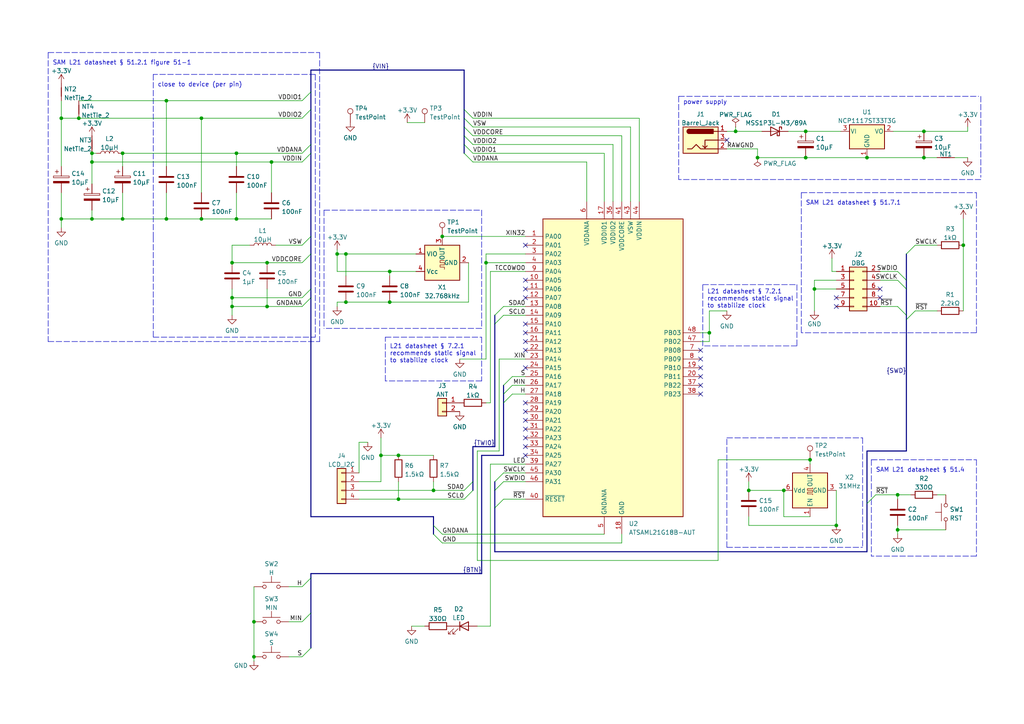
<source format=kicad_sch>
(kicad_sch (version 20211123) (generator eeschema)
  (paper "A4")
  (lib_symbols
    (symbol "Connector:Barrel_Jack_Switch" (pin_names hide)
      (property "Reference" "J" (at 0 5.334 0))
      (property "Value" "Barrel_Jack_Switch" (at 0 -5.08 0))
      (symbol "Barrel_Jack_Switch_1_1"
        (pin passive line (at 7.62 2.54 180) (length 2.54) (name "~") (number "1"))
        (pin passive line (at 7.62 -2.54 180) (length 2.54) (name "~") (number "2"))
        (pin passive line (at 7.62 0 180) (length 2.54) (name "~") (number "3"))
      )
    )
    (symbol "Connector:TestPoint" (pin_numbers hide) (pin_names (offset 0.762) hide)
      (property "Reference" "TP" (at 0 6.858 0))
      (property "Value" "TestPoint" (at 0 5.08 0))
      (symbol "TestPoint_1_1"
        (pin passive line (at 0 0 90) (length 2.54) (name "1") (number "1"))
      )
    )
    (symbol "Connector_Generic:Conn_01x02" (pin_names (offset 1.016) hide)
      (property "Reference" "J" (at 0 2.54 0))
      (property "Value" "Conn_01x02" (at 0 -5.08 0))
      (symbol "Conn_01x02_1_1"
        (pin passive line (at -5.08 0 0) (length 3.81) (name "Pin_1") (number "1"))
        (pin passive line (at -5.08 -2.54 0) (length 3.81) (name "Pin_2") (number "2"))
      )
    )
    (symbol "Connector_Generic:Conn_01x04" (pin_names (offset 1.016) hide)
      (property "Reference" "J" (at 0 5.08 0))
      (property "Value" "Conn_01x04" (at 0 -7.62 0))
      (symbol "Conn_01x04_1_1"
        (pin passive line (at -5.08 2.54 0) (length 3.81) (name "Pin_1") (number "1"))
        (pin passive line (at -5.08 0 0) (length 3.81) (name "Pin_2") (number "2"))
        (pin passive line (at -5.08 -2.54 0) (length 3.81) (name "Pin_3") (number "3"))
        (pin passive line (at -5.08 -5.08 0) (length 3.81) (name "Pin_4") (number "4"))
      )
    )
    (symbol "Connector_Generic:Conn_02x05_Odd_Even" (pin_names (offset 1.016) hide)
      (property "Reference" "J" (at 1.27 7.62 0))
      (property "Value" "Conn_02x05_Odd_Even" (at 1.27 -7.62 0))
      (symbol "Conn_02x05_Odd_Even_1_1"
        (pin passive line (at -5.08 5.08 0) (length 3.81) (name "Pin_1") (number "1"))
        (pin passive line (at 7.62 -5.08 180) (length 3.81) (name "Pin_10") (number "10"))
        (pin passive line (at 7.62 5.08 180) (length 3.81) (name "Pin_2") (number "2"))
        (pin passive line (at -5.08 2.54 0) (length 3.81) (name "Pin_3") (number "3"))
        (pin passive line (at 7.62 2.54 180) (length 3.81) (name "Pin_4") (number "4"))
        (pin passive line (at -5.08 0 0) (length 3.81) (name "Pin_5") (number "5"))
        (pin passive line (at 7.62 0 180) (length 3.81) (name "Pin_6") (number "6"))
        (pin passive line (at -5.08 -2.54 0) (length 3.81) (name "Pin_7") (number "7"))
        (pin passive line (at 7.62 -2.54 180) (length 3.81) (name "Pin_8") (number "8"))
        (pin passive line (at -5.08 -5.08 0) (length 3.81) (name "Pin_9") (number "9"))
      )
    )
    (symbol "Device:C" (pin_numbers hide) (pin_names (offset 0.254))
      (property "Reference" "C" (at 0.635 2.54 0))
      (property "Value" "C" (at 0.635 -2.54 0))
      (symbol "C_1_1"
        (pin passive line (at 0 3.81 270) (length 2.794) (name "~") (number "1"))
        (pin passive line (at 0 -3.81 90) (length 2.794) (name "~") (number "2"))
      )
    )
    (symbol "Device:C_Polarized" (pin_numbers hide) (pin_names (offset 0.254))
      (property "Reference" "C" (at 0.635 2.54 0))
      (property "Value" "C_Polarized" (at 0.635 -2.54 0))
      (symbol "C_Polarized_1_1"
        (pin passive line (at 0 3.81 270) (length 2.794) (name "~") (number "1"))
        (pin passive line (at 0 -3.81 90) (length 2.794) (name "~") (number "2"))
      )
    )
    (symbol "Device:D_Schottky" (pin_numbers hide) (pin_names (offset 1.016) hide)
      (property "Reference" "D" (at 0 2.54 0))
      (property "Value" "D_Schottky" (at 0 -2.54 0))
      (symbol "D_Schottky_1_1"
        (pin passive line (at -3.81 0 0) (length 2.54) (name "K") (number "1"))
        (pin passive line (at 3.81 0 180) (length 2.54) (name "A") (number "2"))
      )
    )
    (symbol "Device:L" (pin_numbers hide) (pin_names (offset 1.016) hide)
      (property "Reference" "L" (at -1.27 0 90))
      (property "Value" "L" (at 1.905 0 90))
      (symbol "L_1_1"
        (pin passive line (at 0 3.81 270) (length 1.27) (name "1") (number "1"))
        (pin passive line (at 0 -3.81 90) (length 1.27) (name "2") (number "2"))
      )
    )
    (symbol "Device:LED" (pin_numbers hide) (pin_names (offset 1.016) hide)
      (property "Reference" "D" (at 0 2.54 0))
      (property "Value" "LED" (at 0 -2.54 0))
      (symbol "LED_1_1"
        (pin passive line (at -3.81 0 0) (length 2.54) (name "K") (number "1"))
        (pin passive line (at 3.81 0 180) (length 2.54) (name "A") (number "2"))
      )
    )
    (symbol "Device:NetTie_2" (pin_numbers hide) (pin_names (offset 0) hide)
      (property "Reference" "NT" (at 0 1.27 0))
      (property "Value" "NetTie_2" (at 0 -1.27 0))
      (symbol "NetTie_2_1_1"
        (pin passive line (at -2.54 0 0) (length 2.54) (name "1") (number "1"))
        (pin passive line (at 2.54 0 180) (length 2.54) (name "2") (number "2"))
      )
    )
    (symbol "Device:R" (pin_numbers hide) (pin_names (offset 0))
      (property "Reference" "R" (at 2.032 0 90))
      (property "Value" "R" (at 0 0 90))
      (symbol "R_1_1"
        (pin passive line (at 0 3.81 270) (length 1.27) (name "~") (number "1"))
        (pin passive line (at 0 -3.81 90) (length 1.27) (name "~") (number "2"))
      )
    )
    (symbol "MCU_Microchip_SAML:ATSAML21G18B-AUT"
      (property "Reference" "U1" (at 4.5594 -45.2104 0))
      (property "Value" "ATSAML21G18B-AUT" (at 4.5594 -47.7473 0))
      (symbol "ATSAML21G18B-AUT_1_1"
        (pin bidirectional line (at -25.4 38.1 0) (length 5.08) (name "PA00") (number "1"))
        (pin bidirectional line (at -25.4 25.4 0) (length 5.08) (name "PA05") (number "10"))
        (pin bidirectional line (at -25.4 22.86 0) (length 5.08) (name "PA06") (number "11"))
        (pin bidirectional line (at -25.4 20.32 0) (length 5.08) (name "PA07") (number "12"))
        (pin bidirectional line (at -25.4 17.78 0) (length 5.08) (name "PA08") (number "13"))
        (pin bidirectional line (at -25.4 15.24 0) (length 5.08) (name "PA09") (number "14"))
        (pin bidirectional line (at -25.4 12.7 0) (length 5.08) (name "PA10") (number "15"))
        (pin bidirectional line (at -25.4 10.16 0) (length 5.08) (name "PA11") (number "16"))
        (pin power_in line (at -2.54 48.26 270) (length 5.08) (name "VDDIO1") (number "17"))
        (pin power_in line (at 2.54 -48.26 90) (length 5.08) (name "GND") (number "18"))
        (pin bidirectional line (at 25.4 0 180) (length 5.08) (name "PB10") (number "19"))
        (pin bidirectional line (at -25.4 35.56 0) (length 5.08) (name "PA01") (number "2"))
        (pin bidirectional line (at 25.4 -2.54 180) (length 5.08) (name "PB11") (number "20"))
        (pin bidirectional line (at -25.4 7.62 0) (length 5.08) (name "PA12") (number "21"))
        (pin bidirectional line (at -25.4 5.08 0) (length 5.08) (name "PA13") (number "22"))
        (pin bidirectional line (at -25.4 2.54 0) (length 5.08) (name "PA14") (number "23"))
        (pin bidirectional line (at -25.4 0 0) (length 5.08) (name "PA15") (number "24"))
        (pin bidirectional line (at -25.4 -2.54 0) (length 5.08) (name "PA16") (number "25"))
        (pin bidirectional line (at -25.4 -5.08 0) (length 5.08) (name "PA17") (number "26"))
        (pin bidirectional line (at -25.4 -7.62 0) (length 5.08) (name "PA18") (number "27"))
        (pin bidirectional line (at -25.4 -10.16 0) (length 5.08) (name "PA19") (number "28"))
        (pin bidirectional line (at -25.4 -12.7 0) (length 5.08) (name "PA20") (number "29"))
        (pin bidirectional line (at -25.4 33.02 0) (length 5.08) (name "PA02") (number "3"))
        (pin bidirectional line (at -25.4 -15.24 0) (length 5.08) (name "PA21") (number "30"))
        (pin bidirectional line (at -25.4 -17.78 0) (length 5.08) (name "PA22") (number "31"))
        (pin bidirectional line (at -25.4 -20.32 0) (length 5.08) (name "PA23") (number "32"))
        (pin bidirectional line (at -25.4 -22.86 0) (length 5.08) (name "PA24") (number "33"))
        (pin bidirectional line (at -25.4 -25.4 0) (length 5.08) (name "PA25") (number "34"))
        (pin passive line (at 2.54 -48.26 90) (length 5.08) hide (name "GND") (number "35"))
        (pin power_in line (at 0 48.26 270) (length 5.08) (name "VDDIO2") (number "36"))
        (pin bidirectional line (at 25.4 -5.08 180) (length 5.08) (name "PB22") (number "37"))
        (pin bidirectional line (at 25.4 -7.62 180) (length 5.08) (name "PB23") (number "38"))
        (pin bidirectional line (at -25.4 -27.94 0) (length 5.08) (name "PA27") (number "39"))
        (pin bidirectional line (at -25.4 30.48 0) (length 5.08) (name "PA03") (number "4"))
        (pin input line (at -25.4 -38.1 0) (length 5.08) (name "~{RESET}") (number "40"))
        (pin bidirectional line (at 2.54 48.26 270) (length 5.08) (name "VDDCORE") (number "41"))
        (pin passive line (at 2.54 -48.26 90) (length 5.08) hide (name "GND") (number "42"))
        (pin bidirectional line (at 5.08 48.26 270) (length 5.08) (name "VSW") (number "43"))
        (pin bidirectional line (at 7.62 48.26 270) (length 5.08) (name "VDDIN") (number "44"))
        (pin bidirectional line (at -25.4 -30.48 0) (length 5.08) (name "PA30") (number "45"))
        (pin bidirectional line (at -25.4 -33.02 0) (length 5.08) (name "PA31") (number "46"))
        (pin bidirectional line (at 25.4 7.62 180) (length 5.08) (name "PB02") (number "47"))
        (pin bidirectional line (at 25.4 10.16 180) (length 5.08) (name "PB03") (number "48"))
        (pin power_in line (at -2.54 -48.26 90) (length 5.08) (name "GNDANA") (number "5"))
        (pin bidirectional line (at -7.62 48.26 270) (length 5.08) (name "VDDANA") (number "6"))
        (pin bidirectional line (at 25.4 5.08 180) (length 5.08) (name "PB08") (number "7"))
        (pin bidirectional line (at 25.4 2.54 180) (length 5.08) (name "PB09") (number "8"))
        (pin bidirectional line (at -25.4 27.94 0) (length 5.08) (name "PA04") (number "9"))
      )
    )
    (symbol "Oscillator:SG-3030CM"
      (property "Reference" "X" (at -5.08 -6.35 0))
      (property "Value" "SG-3030CM" (at 1.27 -6.35 0))
      (symbol "SG-3030CM_1_1"
        (pin power_in line (at 2.54 7.62 270) (length 2.54) (name "VIO") (number "1"))
        (pin power_in line (at 0 -7.62 90) (length 2.54) (name "GND") (number "2"))
        (pin output line (at 7.62 0 180) (length 2.54) (name "OUT") (number "3"))
        (pin power_in line (at -2.54 7.62 270) (length 2.54) (name "Vcc") (number "4"))
      )
    )
    (symbol "Oscillator_Microchip:DSC1101D" (pin_names (offset 0.254))
      (property "Reference" "X" (at -5.08 6.35 0))
      (property "Value" "DSC1101D" (at 1.27 -6.35 0))
      (symbol "DSC1101D_1_1"
        (pin input line (at -7.62 0 0) (length 2.54) (name "EN") (number "1"))
        (pin no_connect line (at -5.08 -2.54 0) (length 2.54) hide (name "NC") (number "2"))
        (pin power_in line (at 0 -7.62 90) (length 2.54) (name "GND") (number "3"))
        (pin output line (at 7.62 0 180) (length 2.54) (name "OUT") (number "4"))
        (pin no_connect line (at 5.08 2.54 180) (length 2.54) hide (name "NC") (number "5"))
        (pin power_in line (at 0 7.62 270) (length 2.54) (name "Vdd") (number "6"))
      )
    )
    (symbol "Regulator_Linear:NCP1117-3.3_SOT223" (pin_names (offset 0.254))
      (property "Reference" "U" (at -3.81 3.175 0))
      (property "Value" "NCP1117-3.3_SOT223" (at 0 3.175 0))
      (symbol "NCP1117-3.3_SOT223_1_1"
        (pin power_in line (at 0 -7.62 90) (length 2.54) (name "GND") (number "1"))
        (pin power_out line (at 7.62 0 180) (length 2.54) (name "VO") (number "2"))
        (pin power_in line (at -7.62 0 0) (length 2.54) (name "VI") (number "3"))
      )
    )
    (symbol "Switch:SW_Push" (pin_numbers hide) (pin_names (offset 1.016) hide)
      (property "Reference" "SW" (at 1.27 2.54 0))
      (property "Value" "SW_Push" (at 0 -1.524 0))
      (symbol "SW_Push_0_1"
        (pin passive line (at -5.08 0 0) (length 2.54) (name "1") (number "1"))
        (pin passive line (at 5.08 0 180) (length 2.54) (name "2") (number "2"))
      )
    )
    (symbol "power:+3.3V" (power) (pin_names (offset 0))
      (property "Value" "+3.3V" (at 0 3.556 0))
      (symbol "+3.3V_1_1"
        (pin power_in line (at 0 0 90) (length 0) hide (name "+3.3V") (number "1"))
      )
    )
    (symbol "power:GND" (power) (pin_names (offset 0))
      (property "Value" "GND" (at 0 -3.81 0))
      (symbol "GND_1_1"
        (pin power_in line (at 0 0 270) (length 0) hide (name "GND") (number "1"))
      )
    )
    (symbol "power:PWR_FLAG" (power) (pin_numbers hide) (pin_names (offset 0) hide)
      (property "Value" "PWR_FLAG" (at 0 3.81 0))
      (symbol "PWR_FLAG_0_0"
        (pin power_out line (at 0 0 90) (length 0) (name "pwr") (number "1"))
      )
    )
  )
  (bus_alias "SWD" (members "SWDIO" "SWCLK" "~{RST}"))
  (bus_alias "VIN" (members "VDDIN" "VSW" "VDDCORE" "VDDIO1" "VDDIO2" "VDDANA"))
  (bus_alias "TWI0" (members "SDA0" "SCL0"))
  (bus_alias "BTN" (members "H" "MIN" "S"))
  (junction (at 251.46 45.72))
  (junction (at 17.78 63.5))
  (junction (at 219.71 45.72))
  (junction (at 68.58 44.45))
  (junction (at 67.31 76.2))
  (junction (at 26.67 63.5))
  (junction (at 110.49 132.08))
  (junction (at 67.31 86.36))
  (junction (at 213.36 38.1))
  (junction (at 234.95 133.35))
  (junction (at 128.27 68.58))
  (junction (at 26.67 44.45))
  (junction (at 233.68 45.72))
  (junction (at 73.66 180.34))
  (junction (at 267.97 38.1))
  (junction (at 97.79 73.66))
  (junction (at 35.56 63.5))
  (junction (at 100.33 87.63))
  (junction (at 113.03 78.74))
  (junction (at 115.57 132.08))
  (junction (at 26.67 46.99))
  (junction (at 233.68 38.1))
  (junction (at 48.26 63.5))
  (junction (at 78.74 46.99))
  (junction (at 205.74 96.52))
  (junction (at 267.97 45.72))
  (junction (at 227.33 142.24))
  (junction (at 260.35 153.67))
  (junction (at 279.4 71.12))
  (junction (at 58.42 63.5))
  (junction (at 35.56 44.45))
  (junction (at 73.66 190.5))
  (junction (at 17.78 34.29))
  (junction (at 113.03 87.63))
  (junction (at 77.47 76.2))
  (junction (at 236.22 83.82))
  (junction (at 140.97 76.2))
  (junction (at 67.31 88.9))
  (junction (at 100.33 73.66))
  (junction (at 242.57 152.4))
  (junction (at 260.35 143.51))
  (junction (at 58.42 34.29))
  (junction (at 115.57 144.78))
  (junction (at 22.86 34.29))
  (junction (at 68.58 63.5))
  (junction (at 77.47 88.9))
  (junction (at 217.17 142.24))
  (junction (at 48.26 29.21))
  (junction (at 125.73 142.24))
  (no_connect (at 255.27 83.82))
  (no_connect (at 152.4 99.06))
  (no_connect (at 152.4 81.28))
  (no_connect (at 152.4 106.68))
  (no_connect (at 152.4 101.6))
  (no_connect (at 152.4 96.52))
  (no_connect (at 152.4 116.84))
  (no_connect (at 152.4 119.38))
  (no_connect (at 152.4 121.92))
  (no_connect (at 152.4 124.46))
  (no_connect (at 152.4 127))
  (no_connect (at 152.4 129.54))
  (no_connect (at 152.4 132.08))
  (no_connect (at 203.2 101.6))
  (no_connect (at 242.57 88.9))
  (no_connect (at 255.27 86.36))
  (no_connect (at 210.82 40.64))
  (no_connect (at 242.57 86.36))
  (no_connect (at 152.4 71.12))
  (no_connect (at 152.4 83.82))
  (no_connect (at 152.4 86.36))
  (no_connect (at 203.2 104.14))
  (no_connect (at 203.2 109.22))
  (no_connect (at 152.4 93.98))
  (no_connect (at 203.2 106.68))
  (no_connect (at 203.2 111.76))
  (no_connect (at 203.2 114.3))
  (bus_entry (at 90.17 187.96) (size -2.54 2.54))
  (bus_entry (at 134.62 39.37) (size 2.54 2.54))
  (bus_entry (at 90.17 68.58) (size -2.54 2.54))
  (bus_entry (at 90.17 86.36) (size -2.54 2.54))
  (bus_entry (at 90.17 26.67) (size -2.54 2.54))
  (bus_entry (at 146.05 91.44) (size -2.54 2.54))
  (bus_entry (at 146.05 88.9) (size -2.54 2.54))
  (bus_entry (at 265.43 90.17) (size -2.54 2.54))
  (bus_entry (at 90.17 73.66) (size -2.54 2.54))
  (bus_entry (at 125.73 152.4) (size 2.54 2.54))
  (bus_entry (at 146.05 137.16) (size -2.54 2.54))
  (bus_entry (at 146.05 139.7) (size -2.54 2.54))
  (bus_entry (at 148.59 114.3) (size -2.54 2.54))
  (bus_entry (at 137.16 139.7) (size -2.54 2.54))
  (bus_entry (at 90.17 44.45) (size -2.54 2.54))
  (bus_entry (at 90.17 83.82) (size -2.54 2.54))
  (bus_entry (at 254 143.51) (size -2.54 2.54))
  (bus_entry (at 262.89 73.66) (size 2.54 -2.54))
  (bus_entry (at 137.16 142.24) (size -2.54 2.54))
  (bus_entry (at 90.17 31.75) (size -2.54 2.54))
  (bus_entry (at 90.17 41.91) (size -2.54 2.54))
  (bus_entry (at 262.89 83.82) (size -2.54 -2.54))
  (bus_entry (at 262.89 81.28) (size -2.54 -2.54))
  (bus_entry (at 90.17 177.8) (size -2.54 2.54))
  (bus_entry (at 134.62 41.91) (size 2.54 2.54))
  (bus_entry (at 134.62 44.45) (size 2.54 2.54))
  (bus_entry (at 134.62 34.29) (size 2.54 2.54))
  (bus_entry (at 134.62 36.83) (size 2.54 2.54))
  (bus_entry (at 134.62 31.75) (size 2.54 2.54))
  (bus_entry (at 125.73 154.94) (size 2.54 2.54))
  (bus_entry (at 148.59 111.76) (size -2.54 2.54))
  (bus_entry (at 148.59 109.22) (size -2.54 2.54))
  (bus_entry (at 260.35 88.9) (size 2.54 2.54))
  (bus_entry (at 90.17 167.64) (size -2.54 2.54))
  (bus_entry (at 146.05 144.78) (size -2.54 2.54))
  (wire (pts (xy 138.43 130.81) (xy 138.43 162.56)))
  (wire (pts (xy 185.42 58.42) (xy 185.42 34.29)))
  (wire (pts (xy 205.74 90.17) (xy 210.82 90.17)))
  (polyline (pts (xy 93.98 60.96) (xy 139.7 60.96)))
  (bus (pts (xy 262.89 91.44) (xy 262.89 92.71)))
  (wire (pts (xy 148.59 114.3) (xy 152.4 114.3)))
  (wire (pts (xy 17.78 63.5) (xy 17.78 55.88)))
  (wire (pts (xy 205.74 96.52) (xy 205.74 90.17)))
  (wire (pts (xy 140.97 76.2) (xy 140.97 73.66)))
  (polyline (pts (xy 231.14 82.55) (xy 231.14 100.33)))
  (bus (pts (xy 251.46 160.02) (xy 143.51 160.02)))
  (polyline (pts (xy 139.7 60.96) (xy 139.7 95.25)))
  (wire (pts (xy 100.33 87.63) (xy 97.79 87.63)))
  (bus (pts (xy 143.51 129.54) (xy 137.16 129.54)))
  (wire (pts (xy 115.57 144.78) (xy 134.62 144.78)))
  (bus (pts (xy 90.17 26.67) (xy 90.17 31.75)))
  (bus (pts (xy 137.16 129.54) (xy 137.16 139.7)))
  (bus (pts (xy 137.16 139.7) (xy 137.16 142.24)))
  (wire (pts (xy 142.24 134.62) (xy 142.24 181.61)))
  (wire (pts (xy 255.27 81.28) (xy 260.35 81.28)))
  (wire (pts (xy 17.78 34.29) (xy 17.78 48.26)))
  (wire (pts (xy 22.86 34.29) (xy 58.42 34.29)))
  (bus (pts (xy 90.17 41.91) (xy 90.17 44.45)))
  (polyline (pts (xy 232.41 55.88) (xy 232.41 96.52)))
  (wire (pts (xy 208.28 162.56) (xy 208.28 133.35)))
  (wire (pts (xy 35.56 55.88) (xy 35.56 63.5)))
  (wire (pts (xy 260.35 153.67) (xy 260.35 154.94)))
  (wire (pts (xy 27.94 44.45) (xy 26.67 44.45)))
  (wire (pts (xy 73.66 170.18) (xy 73.66 180.34)))
  (wire (pts (xy 217.17 152.4) (xy 242.57 152.4)))
  (wire (pts (xy 67.31 76.2) (xy 67.31 71.12)))
  (wire (pts (xy 265.43 90.17) (xy 271.78 90.17)))
  (wire (pts (xy 142.24 116.84) (xy 142.24 78.74)))
  (wire (pts (xy 137.16 39.37) (xy 180.34 39.37)))
  (wire (pts (xy 22.86 29.21) (xy 48.26 29.21)))
  (polyline (pts (xy 284.48 52.07) (xy 196.85 52.07)))
  (wire (pts (xy 67.31 88.9) (xy 67.31 91.44)))
  (wire (pts (xy 80.01 71.12) (xy 87.63 71.12)))
  (wire (pts (xy 254 143.51) (xy 260.35 143.51)))
  (bus (pts (xy 143.51 147.32) (xy 143.51 160.02)))
  (wire (pts (xy 35.56 44.45) (xy 68.58 44.45)))
  (polyline (pts (xy 283.21 55.88) (xy 283.21 96.52)))
  (wire (pts (xy 140.97 73.66) (xy 152.4 73.66)))
  (wire (pts (xy 97.79 87.63) (xy 97.79 88.9)))
  (wire (pts (xy 120.65 73.66) (xy 100.33 73.66)))
  (wire (pts (xy 279.4 71.12) (xy 279.4 90.17)))
  (polyline (pts (xy 231.14 100.33) (xy 203.835 100.33)))
  (bus (pts (xy 134.62 39.37) (xy 134.62 36.83)))
  (wire (pts (xy 97.79 73.66) (xy 97.79 72.39)))
  (wire (pts (xy 140.97 116.84) (xy 142.24 116.84)))
  (polyline (pts (xy 92.71 15.24) (xy 92.71 99.06)))
  (wire (pts (xy 26.67 63.5) (xy 17.78 63.5)))
  (polyline (pts (xy 139.7 95.25) (xy 93.98 95.25)))
  (wire (pts (xy 115.57 132.08) (xy 125.73 132.08)))
  (bus (pts (xy 143.51 91.44) (xy 143.51 93.98)))
  (wire (pts (xy 203.2 96.52) (xy 205.74 96.52)))
  (wire (pts (xy 58.42 34.29) (xy 58.42 55.88)))
  (bus (pts (xy 134.62 41.91) (xy 134.62 39.37)))
  (wire (pts (xy 242.57 81.28) (xy 236.22 81.28)))
  (wire (pts (xy 137.16 36.83) (xy 182.88 36.83)))
  (wire (pts (xy 267.97 45.72) (xy 251.46 45.72)))
  (bus (pts (xy 90.17 44.45) (xy 90.17 68.58)))
  (wire (pts (xy 146.05 88.9) (xy 152.4 88.9)))
  (bus (pts (xy 251.46 130.81) (xy 262.89 130.81)))
  (wire (pts (xy 260.35 153.67) (xy 274.32 153.67)))
  (wire (pts (xy 260.35 143.51) (xy 264.16 143.51)))
  (wire (pts (xy 137.16 34.29) (xy 185.42 34.29)))
  (wire (pts (xy 260.35 143.51) (xy 260.35 144.78)))
  (wire (pts (xy 267.97 38.1) (xy 280.67 38.1)))
  (polyline (pts (xy 13.97 15.24) (xy 13.97 99.06)))
  (wire (pts (xy 260.35 152.4) (xy 260.35 153.67)))
  (wire (pts (xy 217.17 139.7) (xy 217.17 142.24)))
  (wire (pts (xy 140.97 104.14) (xy 140.97 76.2)))
  (polyline (pts (xy 91.44 21.59) (xy 91.44 97.79)))
  (wire (pts (xy 35.56 44.45) (xy 35.56 48.26)))
  (wire (pts (xy 83.82 170.18) (xy 87.63 170.18)))
  (wire (pts (xy 26.67 46.99) (xy 78.74 46.99)))
  (wire (pts (xy 146.05 137.16) (xy 152.4 137.16)))
  (bus (pts (xy 143.51 93.98) (xy 143.51 129.54)))
  (wire (pts (xy 227.33 149.86) (xy 227.33 142.24)))
  (wire (pts (xy 113.03 87.63) (xy 135.89 87.63)))
  (wire (pts (xy 78.74 46.99) (xy 78.74 55.88)))
  (polyline (pts (xy 196.85 27.94) (xy 283.845 27.94)))
  (wire (pts (xy 87.63 88.9) (xy 77.47 88.9)))
  (wire (pts (xy 87.63 86.36) (xy 67.31 86.36)))
  (polyline (pts (xy 284.48 27.94) (xy 284.48 51.435)))
  (wire (pts (xy 125.73 142.24) (xy 134.62 142.24)))
  (wire (pts (xy 137.16 41.91) (xy 177.8 41.91)))
  (wire (pts (xy 68.58 63.5) (xy 78.74 63.5)))
  (wire (pts (xy 104.14 128.27) (xy 106.68 128.27)))
  (wire (pts (xy 35.56 63.5) (xy 26.67 63.5)))
  (wire (pts (xy 137.16 44.45) (xy 175.26 44.45)))
  (wire (pts (xy 205.74 99.06) (xy 205.74 96.52)))
  (polyline (pts (xy 13.97 99.06) (xy 92.71 99.06)))
  (wire (pts (xy 125.73 139.7) (xy 125.73 142.24)))
  (wire (pts (xy 217.17 142.24) (xy 227.33 142.24)))
  (bus (pts (xy 90.17 31.75) (xy 90.17 41.91)))
  (bus (pts (xy 139.7 132.08) (xy 139.7 166.37)))
  (wire (pts (xy 68.58 55.88) (xy 68.58 63.5)))
  (wire (pts (xy 104.14 144.78) (xy 115.57 144.78)))
  (bus (pts (xy 262.89 83.82) (xy 262.89 91.44)))
  (wire (pts (xy 170.18 58.42) (xy 170.18 46.99)))
  (wire (pts (xy 113.03 78.74) (xy 97.79 78.74)))
  (wire (pts (xy 210.82 38.1) (xy 213.36 38.1)))
  (polyline (pts (xy 283.21 96.52) (xy 232.41 96.52)))
  (wire (pts (xy 77.47 76.2) (xy 67.31 76.2)))
  (bus (pts (xy 90.17 149.86) (xy 125.73 149.86)))
  (polyline (pts (xy 111.76 110.49) (xy 111.76 97.79)))
  (wire (pts (xy 219.71 45.72) (xy 219.71 43.18)))
  (wire (pts (xy 279.4 63.5) (xy 279.4 71.12)))
  (wire (pts (xy 115.57 139.7) (xy 115.57 144.78)))
  (wire (pts (xy 83.82 180.34) (xy 87.63 180.34)))
  (wire (pts (xy 148.59 111.76) (xy 152.4 111.76)))
  (bus (pts (xy 90.17 177.8) (xy 90.17 187.96)))
  (wire (pts (xy 48.26 29.21) (xy 48.26 48.26)))
  (bus (pts (xy 90.17 83.82) (xy 90.17 86.36)))
  (polyline (pts (xy 93.98 60.96) (xy 93.98 95.25)))
  (bus (pts (xy 146.05 116.84) (xy 146.05 132.08)))
  (wire (pts (xy 144.78 104.14) (xy 144.78 130.81)))
  (wire (pts (xy 233.68 38.1) (xy 243.84 38.1)))
  (polyline (pts (xy 283.21 133.35) (xy 283.21 161.29)))
  (wire (pts (xy 97.79 78.74) (xy 97.79 73.66)))
  (wire (pts (xy 271.78 45.72) (xy 267.97 45.72)))
  (wire (pts (xy 180.34 58.42) (xy 180.34 39.37)))
  (wire (pts (xy 26.67 46.99) (xy 26.67 53.34)))
  (bus (pts (xy 134.62 34.29) (xy 134.62 31.75)))
  (bus (pts (xy 143.51 142.24) (xy 143.51 147.32)))
  (wire (pts (xy 113.03 78.74) (xy 113.03 80.01)))
  (polyline (pts (xy 44.45 68.58) (xy 44.45 97.79)))
  (wire (pts (xy 100.33 73.66) (xy 97.79 73.66)))
  (polyline (pts (xy 203.835 82.55) (xy 231.14 82.55)))
  (wire (pts (xy 67.31 88.9) (xy 67.31 86.36)))
  (wire (pts (xy 180.34 154.94) (xy 180.34 157.48)))
  (wire (pts (xy 119.38 181.61) (xy 123.19 181.61)))
  (polyline (pts (xy 139.7 97.79) (xy 139.7 110.49)))
  (bus (pts (xy 146.05 114.3) (xy 146.05 116.84)))
  (wire (pts (xy 152.4 134.62) (xy 142.24 134.62)))
  (wire (pts (xy 213.36 36.83) (xy 213.36 38.1)))
  (wire (pts (xy 271.78 143.51) (xy 274.32 143.51)))
  (wire (pts (xy 234.95 133.35) (xy 234.95 134.62)))
  (polyline (pts (xy 44.45 21.59) (xy 44.45 68.58)))
  (wire (pts (xy 146.05 139.7) (xy 152.4 139.7)))
  (wire (pts (xy 251.46 45.72) (xy 233.68 45.72)))
  (wire (pts (xy 148.59 109.22) (xy 152.4 109.22)))
  (polyline (pts (xy 203.835 100.33) (xy 203.835 82.55)))
  (wire (pts (xy 175.26 58.42) (xy 175.26 44.45)))
  (wire (pts (xy 236.22 81.28) (xy 236.22 83.82)))
  (bus (pts (xy 134.62 44.45) (xy 134.62 41.91)))
  (wire (pts (xy 203.2 99.06) (xy 205.74 99.06)))
  (wire (pts (xy 68.58 44.45) (xy 87.63 44.45)))
  (polyline (pts (xy 252.73 133.35) (xy 252.73 161.29)))
  (wire (pts (xy 48.26 63.5) (xy 58.42 63.5)))
  (polyline (pts (xy 91.44 21.59) (xy 44.45 21.59)))
  (wire (pts (xy 26.67 46.99) (xy 26.67 44.45)))
  (polyline (pts (xy 210.82 158.75) (xy 250.19 158.75)))
  (wire (pts (xy 48.26 29.21) (xy 87.63 29.21)))
  (wire (pts (xy 104.14 137.16) (xy 104.14 128.27)))
  (wire (pts (xy 48.26 63.5) (xy 35.56 63.5)))
  (wire (pts (xy 259.08 38.1) (xy 267.97 38.1)))
  (wire (pts (xy 236.22 83.82) (xy 236.22 90.17)))
  (wire (pts (xy 146.05 144.78) (xy 152.4 144.78)))
  (wire (pts (xy 133.35 104.14) (xy 140.97 104.14)))
  (bus (pts (xy 90.17 68.58) (xy 90.17 73.66)))
  (wire (pts (xy 118.11 35.56) (xy 123.19 35.56)))
  (bus (pts (xy 146.05 111.76) (xy 146.05 114.3)))
  (wire (pts (xy 100.33 87.63) (xy 113.03 87.63)))
  (polyline (pts (xy 13.97 15.24) (xy 92.71 15.24)))
  (wire (pts (xy 242.57 142.24) (xy 242.57 152.4)))
  (bus (pts (xy 251.46 146.05) (xy 251.46 160.02)))
  (wire (pts (xy 276.86 45.72) (xy 280.67 45.72)))
  (wire (pts (xy 104.14 139.7) (xy 110.49 139.7)))
  (polyline (pts (xy 283.21 161.29) (xy 252.73 161.29)))
  (bus (pts (xy 146.05 132.08) (xy 139.7 132.08)))
  (wire (pts (xy 78.74 46.99) (xy 87.63 46.99)))
  (bus (pts (xy 90.17 166.37) (xy 139.7 166.37)))
  (wire (pts (xy 73.66 190.5) (xy 73.66 191.77)))
  (wire (pts (xy 58.42 34.29) (xy 87.63 34.29)))
  (polyline (pts (xy 44.45 97.79) (xy 91.44 97.79)))
  (bus (pts (xy 262.89 81.28) (xy 262.89 83.82)))
  (wire (pts (xy 110.49 139.7) (xy 110.49 132.08)))
  (wire (pts (xy 138.43 181.61) (xy 142.24 181.61)))
  (wire (pts (xy 104.14 142.24) (xy 125.73 142.24)))
  (wire (pts (xy 210.82 43.18) (xy 219.71 43.18)))
  (wire (pts (xy 58.42 63.5) (xy 68.58 63.5)))
  (wire (pts (xy 142.24 78.74) (xy 152.4 78.74)))
  (wire (pts (xy 17.78 63.5) (xy 17.78 66.04)))
  (bus (pts (xy 90.17 73.66) (xy 90.17 83.82)))
  (wire (pts (xy 83.82 190.5) (xy 87.63 190.5)))
  (wire (pts (xy 217.17 149.86) (xy 217.17 152.4)))
  (wire (pts (xy 146.05 91.44) (xy 152.4 91.44)))
  (polyline (pts (xy 210.82 158.75) (xy 210.82 127)))
  (wire (pts (xy 68.58 44.45) (xy 68.58 48.26)))
  (wire (pts (xy 77.47 88.9) (xy 77.47 83.82)))
  (wire (pts (xy 135.89 76.2) (xy 135.89 87.63)))
  (bus (pts (xy 125.73 149.86) (xy 125.73 152.4)))
  (wire (pts (xy 100.33 73.66) (xy 100.33 80.01)))
  (bus (pts (xy 90.17 167.64) (xy 90.17 177.8)))
  (wire (pts (xy 120.65 78.74) (xy 113.03 78.74)))
  (wire (pts (xy 213.36 38.1) (xy 220.98 38.1)))
  (wire (pts (xy 17.78 34.29) (xy 22.86 34.29)))
  (wire (pts (xy 73.66 180.34) (xy 73.66 190.5)))
  (wire (pts (xy 241.3 78.74) (xy 241.3 74.93)))
  (wire (pts (xy 255.27 88.9) (xy 260.35 88.9)))
  (bus (pts (xy 262.89 73.66) (xy 262.89 81.28)))
  (bus (pts (xy 262.89 92.71) (xy 262.89 130.81)))
  (wire (pts (xy 67.31 71.12) (xy 72.39 71.12)))
  (bus (pts (xy 90.17 20.32) (xy 90.17 26.67)))
  (wire (pts (xy 280.67 38.1) (xy 280.67 36.83)))
  (wire (pts (xy 140.97 76.2) (xy 152.4 76.2)))
  (wire (pts (xy 152.4 104.14) (xy 144.78 104.14)))
  (polyline (pts (xy 210.82 127) (xy 250.19 127)))
  (wire (pts (xy 138.43 162.56) (xy 208.28 162.56)))
  (wire (pts (xy 208.28 133.35) (xy 234.95 133.35)))
  (wire (pts (xy 242.57 78.74) (xy 241.3 78.74)))
  (bus (pts (xy 134.62 20.32) (xy 90.17 20.32)))
  (polyline (pts (xy 252.73 133.35) (xy 283.21 133.35)))
  (wire (pts (xy 137.16 46.99) (xy 170.18 46.99)))
  (wire (pts (xy 265.43 71.12) (xy 271.78 71.12)))
  (bus (pts (xy 125.73 152.4) (xy 125.73 154.94)))
  (polyline (pts (xy 250.19 127) (xy 250.19 158.75)))
  (wire (pts (xy 128.27 157.48) (xy 180.34 157.48)))
  (polyline (pts (xy 252.73 133.35) (xy 255.27 133.35)))
  (polyline (pts (xy 139.7 110.49) (xy 111.76 110.49)))
  (wire (pts (xy 177.8 41.91) (xy 177.8 58.42)))
  (bus (pts (xy 90.17 86.36) (xy 90.17 149.86)))
  (wire (pts (xy 182.88 58.42) (xy 182.88 36.83)))
  (wire (pts (xy 110.49 132.08) (xy 115.57 132.08)))
  (wire (pts (xy 17.78 29.21) (xy 17.78 34.29)))
  (wire (pts (xy 128.27 68.58) (xy 152.4 68.58)))
  (bus (pts (xy 134.62 31.75) (xy 134.62 20.32)))
  (wire (pts (xy 128.27 154.94) (xy 175.26 154.94)))
  (wire (pts (xy 77.47 88.9) (xy 67.31 88.9)))
  (bus (pts (xy 251.46 130.81) (xy 251.46 146.05)))
  (wire (pts (xy 228.6 38.1) (xy 233.68 38.1)))
  (bus (pts (xy 143.51 139.7) (xy 143.51 142.24)))
  (wire (pts (xy 234.95 149.86) (xy 227.33 149.86)))
  (wire (pts (xy 48.26 55.88) (xy 48.26 63.5)))
  (wire (pts (xy 110.49 132.08) (xy 110.49 127)))
  (wire (pts (xy 233.68 45.72) (xy 219.71 45.72)))
  (polyline (pts (xy 196.85 27.94) (xy 196.85 52.07)))
  (polyline (pts (xy 232.41 55.88) (xy 283.21 55.88)))
  (bus (pts (xy 90.17 166.37) (xy 90.17 167.64)))
  (wire (pts (xy 144.78 130.81) (xy 138.43 130.81)))
  (polyline (pts (xy 111.76 97.79) (xy 139.7 97.79)))
  (wire (pts (xy 77.47 76.2) (xy 87.63 76.2)))
  (wire (pts (xy 236.22 83.82) (xy 242.57 83.82)))
  (bus (pts (xy 134.62 36.83) (xy 134.62 34.29)))
  (wire (pts (xy 67.31 86.36) (xy 67.31 83.82)))
  (wire (pts (xy 255.27 78.74) (xy 260.35 78.74)))
  (wire (pts (xy 26.67 60.96) (xy 26.67 63.5)))
  (text "close to device (per pin)" (at 45.72 25.4 0) (effects (font (size 1.27 1.27)) (justify left bottom)))
  (text "SAM L21 datasheet § 51.2.1 figure 51-1" (at 15.24 19.05 0) (effects (font (size 1.27 1.27)) (justify left bottom)))
  (text "L21 datasheet § 7.2.1\nrecommends static signal\nto stabilize clock" (at 113.03 105.41 0) (effects (font (size 1.27 1.27)) (justify left bottom)))
  (text "SAM L21 datasheet § 51.4" (at 254 137.16 0) (effects (font (size 1.27 1.27)) (justify left bottom)))
  (text "SAM L21 datasheet § 51.7.1" (at 233.68 59.69 0) (effects (font (size 1.27 1.27)) (justify left bottom)))
  (text "power supply" (at 198.12 30.48 0) (effects (font (size 1.27 1.27)) (justify left bottom)))
  (text "L21 datasheet § 7.2.1\nrecommends static signal\nto stabilize clock" (at 205.105 89.535 0) (effects (font (size 1.27 1.27)) (justify left bottom)))
  (label "VDDIO2" (at 137.16 41.91 0))
  (label "VDDIO1" (at 137.16 44.45 0))
  (label "GNDANA" (at 128.27 154.94 0))
  (label "~{RST}" (at 254 143.51 0))
  (label "GND" (at 87.63 86.36 180))
  (label "RAWGND" (at 210.82 43.18 0))
  (label "H" (at 87.63 170.18 180))
  (label "S" (at 152.4 109.22 180))
  (label "~{RST}" (at 152.4 144.78 180))
  (label "SWCLK" (at 265.43 71.12 0))
  (label "VDDANA" (at 87.63 44.45 180))
  (label "SDA0" (at 152.4 88.9 180))
  (label "MIN" (at 152.4 111.76 180))
  (label "{SWD}" (at 262.89 108.585 180))
  (label "XIN" (at 152.4 104.14 180))
  (label "{VIN}" (at 107.95 20.32 0))
  (label "VDDIN" (at 137.16 34.29 0))
  (label "~{RST}" (at 255.27 88.9 0))
  (label "H" (at 152.4 114.3 180))
  (label "SWDIO" (at 260.35 78.74 180))
  (label "SCL0" (at 134.62 144.78 180))
  (label "MIN" (at 87.63 180.34 180))
  (label "SWDIO" (at 152.4 139.7 180))
  (label "GND" (at 128.27 157.48 0))
  (label "VDDANA" (at 137.16 46.99 0))
  (label "XIN32" (at 152.4 68.58 180))
  (label "VDDIO2" (at 87.63 34.29 180))
  (label "VDDIN" (at 87.63 46.99 180))
  (label "SCL0" (at 152.4 91.44 180))
  (label "GNDANA" (at 87.63 88.9 180))
  (label "VDDIO1" (at 87.63 29.21 180))
  (label "LED" (at 152.4 134.62 180))
  (label "VDDCORE" (at 87.63 76.2 180))
  (label "SWCLK" (at 152.4 137.16 180))
  (label "VDDCORE" (at 137.16 39.37 0))
  (label "TCC0WO0" (at 152.4 78.74 180))
  (label "~{RST}" (at 265.43 90.17 0))
  (label "SDA0" (at 134.62 142.24 180))
  (label "SWCLK" (at 260.35 81.28 180))
  (label "{BTN}" (at 139.7 166.37 180))
  (label "VSW" (at 137.16 36.83 0))
  (label "S" (at 87.63 190.5 180))
  (label "VSW" (at 87.63 71.12 180))
  (label "{TWI0}" (at 143.51 129.54 180))
  (symbol (lib_id "power:PWR_FLAG") (at 213.36 36.83 0) (unit 1)
    (property "Reference" "#FLG0102" (effects hide))
    (property "Value" "PWR_FLAG" (at 213.36 33.2542 0))
  )
  (symbol (lib_id "Device:C_Polarized") (at 26.67 57.15 0) (unit 1)
    (property "Reference" "C12" (at 29.591 55.4263 0) (effects (justify left)))
    (property "Value" "10µF" (at 29.591 57.9632 0) (effects (justify left)))
    (property "Footprint" "Capacitor_SMD:C_0603_1608Metric" (effects hide))
    (property "LCSC" "C19702" (effects hide))
  )
  (symbol (lib_id "power:GND") (at 242.57 152.4 0) (unit 1)
    (property "Reference" "#PWR014" (effects hide))
    (property "Value" "GND" (at 242.57 156.8434 0))
  )
  (symbol (lib_id "Device:NetTie_2") (at 274.32 45.72 0) (unit 1)
    (property "Reference" "NT1" (at 274.32 44.704 0))
    (property "Value" "NetTie_2" (effects hide))
    (property "Footprint" "NetTie:NetTie-2_SMD_Pad0.5mm" (effects hide))
  )
  (symbol (lib_id "Device:C") (at 113.03 83.82 180) (unit 1)
    (property "Reference" "C8" (at 115.951 82.9853 0) (effects (justify right)))
    (property "Value" "100nF" (at 115.951 85.5222 0) (effects (justify right)))
    (property "Footprint" "Capacitor_SMD:C_0402_1005Metric" (effects hide))
    (property "LCSC" "C307331" (effects hide))
  )
  (symbol (lib_id "power:GND") (at 133.35 119.38 0) (unit 1)
    (property "Reference" "#PWR0116" (effects hide))
    (property "Value" "GND" (at 133.35 123.8234 0))
  )
  (symbol (lib_id "Switch:SW_Push") (at 78.74 180.34 0) (unit 1)
    (property "Reference" "SW3" (at 78.74 173.7192 0))
    (property "Value" "MIN" (at 78.74 176.2561 0))
    (property "Footprint" "Button_Switch_SMD_Side:Shou_Han_TS24CA" (effects hide))
    (property "LCSC" "C2834943" (effects hide))
  )
  (symbol (lib_id "Device:C") (at 100.33 83.82 180) (unit 1)
    (property "Reference" "C9" (at 103.251 82.9853 0) (effects (justify right)))
    (property "Value" "100nF" (at 103.251 85.5222 0) (effects (justify right)))
    (property "Footprint" "Capacitor_SMD:C_0402_1005Metric" (effects hide))
    (property "LCSC" "C307331" (effects hide))
  )
  (symbol (lib_id "Connector:TestPoint") (at 123.19 35.56 0) (unit 1) (in_bom no)
    (property "Reference" "TP3" (at 124.587 31.4233 0) (effects (justify left)))
    (property "Value" "TestPoint" (at 124.587 33.9602 0) (effects (justify left)))
    (property "Footprint" "TestPoint:TestPoint_Pad_D1.0mm" (effects hide))
  )
  (symbol (lib_id "Device:C") (at 217.17 146.05 180) (unit 1)
    (property "Reference" "C15" (at 220.091 145.2153 0) (effects (justify right)))
    (property "Value" "100nF" (at 220.091 147.7522 0) (effects (justify right)))
    (property "Footprint" "Capacitor_SMD:C_0402_1005Metric" (effects hide))
    (property "LCSC" "C307331" (effects hide))
  )
  (symbol (lib_id "Device:C") (at 260.35 148.59 180) (unit 1)
    (property "Reference" "C2" (at 263.271 147.7553 0) (effects (justify right)))
    (property "Value" "100nF" (at 263.271 150.2922 0) (effects (justify right)))
    (property "Footprint" "Capacitor_SMD:C_0402_1005Metric" (effects hide))
    (property "LCSC" "C307331" (effects hide))
  )
  (symbol (lib_id "Connector:TestPoint") (at 101.6 35.56 0) (unit 1) (in_bom no)
    (property "Reference" "TP4" (at 102.997 31.4233 0) (effects (justify left)))
    (property "Value" "TestPoint" (at 102.997 33.9602 0) (effects (justify left)))
    (property "Footprint" "TestPoint:TestPoint_Pad_D1.0mm" (effects hide))
  )
  (symbol (lib_id "power:+3.3V") (at 17.78 24.13 0) (unit 1)
    (property "Reference" "#PWR0111" (effects hide))
    (property "Value" "+3.3V" (at 17.78 20.5542 0))
  )
  (symbol (lib_id "power:GND") (at 17.78 66.04 0) (unit 1)
    (property "Reference" "#PWR0113" (effects hide))
    (property "Value" "GND" (at 17.78 70.4834 0))
  )
  (symbol (lib_id "Device:NetTie_2") (at 22.86 31.75 90) (unit 1)
    (property "Reference" "NT4" (at 23.622 30.9153 90) (effects (justify right)))
    (property "Value" "NetTie_2" (at 23.622 33.4522 90) (effects (justify right)))
    (property "Footprint" "NetTie:NetTie-2_SMD_Pad0.5mm" (effects hide))
  )
  (symbol (lib_id "power:+3.3V") (at 241.3 74.93 0) (unit 1)
    (property "Reference" "#PWR0103" (effects hide))
    (property "Value" "+3.3V" (at 241.3 71.3542 0))
  )
  (symbol (lib_id "Device:C") (at 68.58 52.07 0) (unit 1)
    (property "Reference" "C10" (at 71.501 51.2353 0) (effects (justify left)))
    (property "Value" "100nF" (at 71.501 53.7722 0) (effects (justify left)))
    (property "Footprint" "Capacitor_SMD:C_0402_1005Metric" (effects hide))
    (property "LCSC" "C307331" (effects hide))
  )
  (symbol (lib_id "power:GND") (at 106.68 128.27 0) (unit 1)
    (property "Reference" "#PWR07" (effects hide))
    (property "Value" "GND" (at 106.68 132.7134 0))
  )
  (symbol (lib_id "Oscillator:SG-3030CM") (at 128.27 76.2 90) (unit 1)
    (property "Reference" "X1" (at 128.27 83.3104 90))
    (property "Value" "32.768kHz" (at 128.27 85.8473 90))
    (property "Footprint" "Oscillator:Oscillator_SMD_SeikoEpson_SG3030CM" (effects hide))
    (property "Datasheet" "https://support.epson.biz/td/api/doc_check.php?mode=dl&lang=en&Parts=SG-3030CM" (effects hide))
    (property "LCSC" "C2976104" (effects hide))
    (property "Manufacturer" "Seiko Epson" (effects hide))
    (property "Model" "SG-3031CM 32.768K" (effects hide))
  )
  (symbol (lib_id "power:+3.3V") (at 279.4 63.5 0) (unit 1)
    (property "Reference" "#PWR020" (effects hide))
    (property "Value" "+3.3V" (at 279.4 59.9242 0))
  )
  (symbol (lib_id "power:GND") (at 73.66 191.77 0) (unit 1)
    (property "Reference" "#PWR0117" (effects hide))
    (property "Value" "GND" (at 69.85 193.04 0))
  )
  (symbol (lib_id "Device:R") (at 267.97 143.51 90) (unit 1)
    (property "Reference" "R2" (at 267.97 138.7942 90))
    (property "Value" "330Ω" (at 267.97 141.3311 90))
    (property "Footprint" "Resistor_SMD:R_0402_1005Metric" (effects hide))
    (property "LCSC" "C25104" (effects hide))
  )
  (symbol (lib_id "Device:C") (at 77.47 80.01 0) (unit 1)
    (property "Reference" "C5" (at 80.391 79.1753 0) (effects (justify left)))
    (property "Value" "100nF" (at 80.391 81.7122 0) (effects (justify left)))
    (property "Footprint" "Capacitor_SMD:C_0402_1005Metric" (effects hide))
    (property "LCSC" "C307331" (effects hide))
  )
  (symbol (lib_id "power:+3.3V") (at 280.67 36.83 0) (unit 1)
    (property "Reference" "#PWR0102" (effects hide))
    (property "Value" "+3.3V" (at 280.67 33.2542 0))
  )
  (symbol (lib_id "power:GND") (at 67.31 91.44 0) (unit 1)
    (property "Reference" "#PWR0112" (effects hide))
    (property "Value" "GND" (at 67.31 95.8834 0))
  )
  (symbol (lib_id "Connector:TestPoint") (at 128.27 68.58 0) (unit 1) (in_bom no)
    (property "Reference" "TP1" (at 129.667 64.4433 0) (effects (justify left)))
    (property "Value" "TestPoint" (at 129.667 66.9802 0) (effects (justify left)))
    (property "Footprint" "TestPoint:TestPoint_Pad_D1.0mm" (effects hide))
  )
  (symbol (lib_id "Device:C_Polarized") (at 267.97 41.91 0) (unit 1)
    (property "Reference" "C3" (at 270.891 40.1863 0) (effects (justify left)))
    (property "Value" "10µF" (at 270.891 42.7232 0) (effects (justify left)))
    (property "Footprint" "Capacitor_Tantalum_SMD:CP_EIA-3216-18_Kemet-A" (effects hide))
    (property "LCSC" "C7171" (effects hide))
  )
  (symbol (lib_id "Device:R") (at 275.59 71.12 90) (unit 1)
    (property "Reference" "R3" (at 275.59 66.4042 90))
    (property "Value" "1kΩ" (at 275.59 68.9411 90))
    (property "Footprint" "Resistor_SMD:R_0402_1005Metric" (effects hide))
    (property "LCSC" "C11702" (effects hide))
  )
  (symbol (lib_id "Device:D_Schottky") (at 224.79 38.1 0) (mirror y) (unit 1)
    (property "Reference" "D1" (at 225.1075 33.1302 0))
    (property "Value" "MSS1P3L-M3/89A" (at 225.1075 35.6671 0))
    (property "Footprint" "Diode_SMD_MicroSMP:D_MicroSMP_AK" (effects hide))
    (property "LCSC" "C144285" (effects hide))
  )
  (symbol (lib_id "Device:C") (at 48.26 52.07 0) (unit 1)
    (property "Reference" "C13" (at 51.181 51.2353 0) (effects (justify left)))
    (property "Value" "100nF" (at 51.181 53.7722 0) (effects (justify left)))
    (property "Footprint" "Capacitor_SMD:C_0402_1005Metric" (effects hide))
    (property "LCSC" "C307331" (effects hide))
  )
  (symbol (lib_id "Switch:SW_Push") (at 274.32 148.59 90) (unit 1)
    (property "Reference" "SW1" (at 275.463 147.7553 90) (effects (justify right)))
    (property "Value" "RST" (at 275.463 150.2922 90) (effects (justify right)))
    (property "Footprint" "Button_Switch_SMD_Side:Shou_Han_TS24CA" (effects hide))
    (property "LCSC" "C2834943" (effects hide))
  )
  (symbol (lib_id "Device:R") (at 275.59 90.17 90) (unit 1)
    (property "Reference" "R1" (at 275.59 85.4542 90))
    (property "Value" "2.2kΩ" (at 275.59 87.9911 90))
    (property "Footprint" "Resistor_SMD:R_0402_1005Metric" (effects hide))
    (property "LCSC" "C25879" (effects hide))
  )
  (symbol (lib_id "Device:LED") (at 134.62 181.61 0) (unit 1)
    (property "Reference" "D2" (at 133.0325 176.6402 0))
    (property "Value" "LED" (at 133.0325 179.1771 0))
    (property "Footprint" "LED_SMD:LED_0402_1005Metric" (effects hide))
    (property "LCSC" "C409787" (effects hide))
  )
  (symbol (lib_id "power:+3.3V") (at 97.79 72.39 0) (unit 1)
    (property "Reference" "#PWR0106" (effects hide))
    (property "Value" "+3.3V" (at 97.79 68.8142 0))
  )
  (symbol (lib_id "Connector:TestPoint") (at 234.95 133.35 0) (unit 1) (in_bom no)
    (property "Reference" "TP2" (at 236.347 129.2133 0) (effects (justify left)))
    (property "Value" "TestPoint" (at 236.347 131.7502 0) (effects (justify left)))
    (property "Footprint" "TestPoint:TestPoint_Pad_D1.0mm" (effects hide))
  )
  (symbol (lib_id "power:GND") (at 119.38 181.61 0) (unit 1)
    (property "Reference" "#PWR09" (effects hide))
    (property "Value" "GND" (at 119.38 186.0534 0))
  )
  (symbol (lib_id "Device:C") (at 78.74 59.69 0) (unit 1)
    (property "Reference" "C6" (at 81.661 58.8553 0) (effects (justify left)))
    (property "Value" "100nF" (at 81.661 61.3922 0) (effects (justify left)))
    (property "Footprint" "Capacitor_SMD:C_0402_1005Metric" (effects hide))
    (property "LCSC" "C307331" (effects hide))
  )
  (symbol (lib_id "Device:R") (at 115.57 135.89 0) (unit 1)
    (property "Reference" "R6" (at 117.348 135.0553 0) (effects (justify left)))
    (property "Value" "1.5kΩ" (at 117.348 137.5922 0) (effects (justify left)))
    (property "Footprint" "Resistor_SMD:R_0402_1005Metric" (effects hide))
    (property "LCSC" "C25867" (effects hide))
  )
  (symbol (lib_id "Device:C_Polarized") (at 233.68 41.91 0) (unit 1)
    (property "Reference" "C1" (at 236.601 40.1863 0) (effects (justify left)))
    (property "Value" "10µF" (at 236.601 42.7232 0) (effects (justify left)))
    (property "Footprint" "Capacitor_Tantalum_SMD:CP_EIA-3216-18_Kemet-A" (effects hide))
    (property "LCSC" "C7171" (effects hide))
  )
  (symbol (lib_id "power:+3.3V") (at 217.17 139.7 0) (unit 1)
    (property "Reference" "#PWR0107" (effects hide))
    (property "Value" "+3.3V" (at 217.17 136.1242 0))
  )
  (symbol (lib_id "Connector:Barrel_Jack_Switch") (at 203.2 40.64 0) (unit 1)
    (property "Reference" "J1" (at 203.2 33.1302 0))
    (property "Value" "Barrel_Jack" (at 203.2 35.6671 0))
    (property "Footprint" "Connector_BarrelJack:BarrelJack_CUI_PJ-036AH-SMT_Horizontal" (effects hide))
    (property "LCSC" "C3094052" (effects hide))
  )
  (symbol (lib_id "power:+3.3V") (at 118.11 35.56 0) (unit 1)
    (property "Reference" "#PWR0108" (effects hide))
    (property "Value" "+3.3V" (at 118.11 31.9842 0))
  )
  (symbol (lib_id "Device:R") (at 127 181.61 90) (unit 1)
    (property "Reference" "R5" (at 127 176.8942 90))
    (property "Value" "330Ω" (at 127 179.4311 90))
    (property "Footprint" "Resistor_SMD:R_0402_1005Metric" (effects hide))
    (property "LCSC" "C25104" (effects hide))
  )
  (symbol (lib_id "Device:NetTie_2") (at 26.67 41.91 90) (unit 1)
    (property "Reference" "NT3" (at 26.67 40.64 90) (effects (justify left)))
    (property "Value" "NetTie_2" (at 26.67 43.18 90) (effects (justify left)))
    (property "Footprint" "NetTie:NetTie-2_SMD_Pad0.5mm" (effects hide))
  )
  (symbol (lib_id "Device:R") (at 137.16 116.84 90) (unit 1)
    (property "Reference" "R4" (at 137.16 112.1242 90))
    (property "Value" "1kΩ" (at 137.16 114.6611 90))
    (property "Footprint" "Resistor_SMD:R_0402_1005Metric" (effects hide))
    (property "LCSC" "C11702" (effects hide))
  )
  (symbol (lib_id "Device:R") (at 125.73 135.89 0) (unit 1)
    (property "Reference" "R7" (at 127.508 135.0553 0) (effects (justify left)))
    (property "Value" "1.5kΩ" (at 127.508 137.5922 0) (effects (justify left)))
    (property "Footprint" "Resistor_SMD:R_0402_1005Metric" (effects hide))
    (property "LCSC" "C25867" (effects hide))
  )
  (symbol (lib_id "power:GND") (at 210.82 90.17 0) (unit 1)
    (property "Reference" "#PWR0114" (effects hide))
    (property "Value" "GND" (at 210.82 94.6134 0))
  )
  (symbol (lib_id "Connector_Generic:Conn_02x05_Odd_Even") (at 247.65 83.82 0) (unit 1)
    (property "Reference" "J2" (at 248.92 73.7702 0))
    (property "Value" "DBG" (at 248.92 76.3071 0))
    (property "Footprint" "Connector_PinHeader_1.27mm:PinHeader_2x05_P1.27mm_Vertical_SMD" (effects hide))
    (property "LCSC" "C9900020485" (effects hide))
  )
  (symbol (lib_id "power:+3.3V") (at 110.49 127 0) (unit 1)
    (property "Reference" "#PWR0101" (effects hide))
    (property "Value" "+3.3V" (at 110.49 123.4242 0))
  )
  (symbol (lib_id "Connector_Generic:Conn_01x04") (at 99.06 139.7 0) (mirror y) (unit 1)
    (property "Reference" "J4" (at 99.06 132.1902 0))
    (property "Value" "LCD_I2C" (at 99.06 134.7271 0))
    (property "Footprint" "Connector_PinHeader_2.54mm:PinHeader_1x04_P2.54mm_Vertical_SMD_Pin1Right" (effects hide))
    (property "LCSC" "C780062" (effects hide))
  )
  (symbol (lib_id "Device:C_Polarized") (at 35.56 52.07 0) (unit 1)
    (property "Reference" "C11" (at 38.481 50.3463 0) (effects (justify left)))
    (property "Value" "10µF" (at 38.481 52.8832 0) (effects (justify left)))
    (property "Footprint" "Capacitor_SMD:C_0603_1608Metric" (effects hide))
    (property "LCSC" "C19702" (effects hide))
  )
  (symbol (lib_id "Switch:SW_Push") (at 78.74 190.5 0) (unit 1)
    (property "Reference" "SW4" (at 78.74 183.8792 0))
    (property "Value" "S" (at 78.74 186.4161 0))
    (property "Footprint" "Button_Switch_SMD_Side:Shou_Han_TS24CA" (effects hide))
    (property "LCSC" "C2834943" (effects hide))
  )
  (symbol (lib_id "Device:NetTie_2") (at 17.78 26.67 90) (unit 1)
    (property "Reference" "NT2" (at 18.542 25.8353 90) (effects (justify right)))
    (property "Value" "NetTie_2" (at 18.542 28.3722 90) (effects (justify right)))
    (property "Footprint" "NetTie:NetTie-2_SMD_Pad0.5mm" (effects hide))
  )
  (symbol (lib_id "power:GND") (at 133.35 104.14 0) (mirror y) (unit 1)
    (property "Reference" "#PWR0115" (effects hide))
    (property "Value" "GND" (at 133.35 108.5834 0))
  )
  (symbol (lib_id "power:GND") (at 101.6 35.56 0) (unit 1)
    (property "Reference" "#PWR0109" (effects hide))
    (property "Value" "GND" (at 101.6 40.0034 0))
  )
  (symbol (lib_id "power:GND") (at 236.22 90.17 0) (unit 1)
    (property "Reference" "#PWR0104" (effects hide))
    (property "Value" "GND" (at 236.22 93.98 0))
  )
  (symbol (lib_id "power:GND") (at 260.35 154.94 0) (mirror y) (unit 1)
    (property "Reference" "#PWR018" (effects hide))
    (property "Value" "GND" (at 260.35 159.3834 0))
  )
  (symbol (lib_id "power:GND") (at 97.79 88.9 0) (unit 1)
    (property "Reference" "#PWR0105" (effects hide))
    (property "Value" "GND" (at 97.79 93.3434 0))
  )
  (symbol (lib_id "Device:L") (at 31.75 44.45 90) (unit 1)
    (property "Reference" "L2" (at 31.75 40.2422 90))
    (property "Value" "10µH" (at 31.75 42.7791 90))
    (property "Footprint" "Inductor_SMD:L_1206_3216Metric" (effects hide))
    (property "LCSC" "C1051" (effects hide))
  )
  (symbol (lib_id "Oscillator_Microchip:DSC1101D") (at 234.95 142.24 90) (unit 1)
    (property "Reference" "X2" (at 246.38 138.43 90))
    (property "Value" "31MHz" (at 246.38 140.97 90))
    (property "Footprint" "Oscillator_Microchip:Oscillator_SMD_Microchip_DSC1101D-6Pin_2.5x2.0mm" (effects hide))
    (property "Datasheet" "https://ww1.microchip.com/downloads/en/DeviceDoc/DSC1101-21-Low-Jitter-Precision-CMOS-Oscillator-DS20005613D.pdf" (effects hide))
    (property "Manufacturer" "Seiko Epson" (effects hide))
    (property "Model" "SG-8018CE 20.000000MHz TJHPA" (effects hide))
    (property "LCSC" "C390485" (effects hide))
  )
  (symbol (lib_id "Device:C_Polarized") (at 17.78 52.07 0) (unit 1)
    (property "Reference" "C14" (at 20.701 50.3463 0) (effects (justify left)))
    (property "Value" "10µF" (at 20.701 52.8832 0) (effects (justify left)))
    (property "Footprint" "Capacitor_SMD:C_0603_1608Metric" (effects hide))
    (property "LCSC" "C19702" (effects hide))
  )
  (symbol (lib_id "power:PWR_FLAG") (at 219.71 45.72 180) (unit 1)
    (property "Reference" "#FLG0101" (effects hide))
    (property "Value" "PWR_FLAG" (at 221.361 47.4238 0) (effects (justify right)))
  )
  (symbol (lib_id "power:GND") (at 280.67 45.72 0) (unit 1)
    (property "Reference" "#PWR016" (effects hide))
    (property "Value" "GND" (at 280.67 50.1634 0))
  )
  (symbol (lib_id "Switch:SW_Push") (at 78.74 170.18 0) (unit 1)
    (property "Reference" "SW2" (at 78.74 163.5592 0))
    (property "Value" "H" (at 78.74 166.0961 0))
    (property "Footprint" "Button_Switch_SMD_Side:Shou_Han_TS24CA" (effects hide))
    (property "LCSC" "C2834943" (effects hide))
  )
  (symbol (lib_id "Device:L") (at 76.2 71.12 90) (unit 1)
    (property "Reference" "L1" (at 76.2 66.9122 90))
    (property "Value" "10µH" (at 76.2 69.4491 90))
    (property "Footprint" "Inductor_SMD:L_1206_3216Metric" (effects hide))
    (property "LCSC" "C1051" (effects hide))
  )
  (symbol (lib_id "Device:C") (at 67.31 80.01 0) (unit 1)
    (property "Reference" "C4" (at 70.231 79.1753 0) (effects (justify left)))
    (property "Value" "1µF" (at 70.231 81.7122 0) (effects (justify left)))
    (property "Footprint" "Capacitor_SMD:C_0603_1608Metric" (effects hide))
    (property "LCSC" "C15849" (effects hide))
  )
  (symbol (lib_id "Regulator_Linear:NCP1117-3.3_SOT223") (at 251.46 38.1 0) (unit 1)
    (property "Reference" "U1" (at 251.46 32.4952 0))
    (property "Value" "NCP1117ST33T3G" (at 251.46 35.0321 0))
    (property "Footprint" "Package_TO_SOT_SMD:SOT-223-3_TabPin2" (effects hide))
    (property "Datasheet" "http://www.onsemi.com/pub_link/Collateral/NCP1117-D.PDF" (effects hide))
    (property "LCSC" "C26537" (effects hide))
  )
  (symbol (lib_id "Connector_Generic:Conn_01x02") (at 128.27 116.84 0) (mirror y) (unit 1)
    (property "Reference" "J3" (at 128.27 111.8702 0))
    (property "Value" "ANT" (at 128.27 114.4071 0))
    (property "Footprint" "Connector_PinHeader_2.54mm:PinHeader_1x02_P2.54mm_Vertical_SMD_Pin1Right" (effects hide))
    (property "LCSC" "C2883799" (effects hide))
  )
  (symbol (lib_id "MCU_Microchip_SAML:ATSAML21G18B-AUT") (at 177.8 106.68 0) (unit 1)
    (property "Reference" "U2" (at 182.3594 151.8904 0) (effects (justify left)))
    (property "Value" "ATSAML21G18B-AUT" (at 182.3594 154.4273 0) (effects (justify left)))
    (property "Footprint" "Package_QFP:TQFP-48_7x7mm_P0.5mm" (effects hide))
    (property "Datasheet" "http://ww1.microchip.com/downloads/en/DeviceDoc/60001477A.pdf" (effects hide))
    (property "LCSC" "C2052742" (effects hide))
  )
  (symbol (lib_id "Device:C") (at 58.42 59.69 0) (unit 1)
    (property "Reference" "C7" (at 61.341 58.8553 0) (effects (justify left)))
    (property "Value" "100nF" (at 61.341 61.3922 0) (effects (justify left)))
    (property "Footprint" "Capacitor_SMD:C_0402_1005Metric" (effects hide))
    (property "LCSC" "C307331" (effects hide))
  )
  (symbol (lib_id "power:+3.3V") (at 26.67 39.37 0) (unit 1)
    (property "Reference" "#PWR0110" (effects hide))
    (property "Value" "+3.3V" (at 26.67 35.7942 0))
  )
)
</source>
